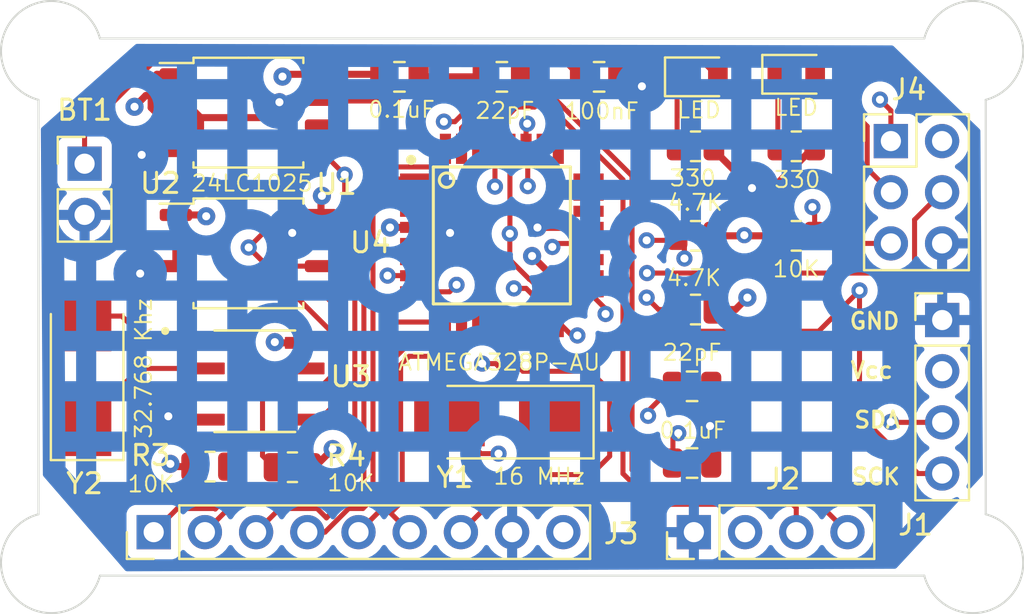
<source format=kicad_pcb>
(kicad_pcb (version 20221018) (generator pcbnew)
  (title_block (title "${project_name}") (date "2023-06-14") (rev "1") (comment 1 "2-Layer PCB version"))
  (layers (0 "F.Cu" mixed) (1 "In1.Cu" mixed) (2 "In2.Cu" mixed) (31 "B.Cu" mixed) (34 "B.Paste" user) (35 "F.Paste" user) (36 "B.SilkS" user "B.Silkscreen") (37 "F.SilkS" user "F.Silkscreen") (38 "B.Mask" user) (39 "F.Mask" user) (44 "Edge.Cuts" user))
  (property "project_name" "MCU Datalogger with memory and clock")
  (net 0 "")
  (net 1 "Net-(BT1-+)")
  (net 2 "GND")
  (net 3 "Net-(U4-AREF)")
  (net 4 "Net-(U4-PB6)")
  (net 5 "Net-(U4-PB7)")
  (net 6 "/Vcc")
  (net 7 "Net-(D1-K)")
  (net 8 "Net-(D2-K)")
  (net 9 "/SCK")
  (net 10 "/SDA")
  (net 11 "/RX")
  (net 12 "/TX")
  (net 13 "/D2")
  (net 14 "/D3")
  (net 15 "/D4")
  (net 16 "/D5")
  (net 17 "/D6")
  (net 18 "/D7")
  (net 19 "/D8")
  (net 20 "/MISO")
  (net 21 "/MOSI")
  (net 22 "/RESET")
  (net 23 "Net-(U3-~{INTA})")
  (net 24 "Net-(U3-SQW{slash}~INT)")
  (net 25 "Net-(U3-X1)")
  (net 26 "Net-(U3-X2)")
  (footprint "Connector_PinHeader_2.54mm:PinHeader_1x09_P2.54mm_Vertical" (layer "F.Cu") (at 132.21874 114.69274 90)
    (fp_text reference "J3" (at -0.0762 23.1902 180) (layer "F.SilkS"))
    (fp_text value "Conn_01x09_Pin" hide)
    (pad "1" thru_hole rect (at 0 0 90) (size 1.7 1.7) (drill 1) (layers "*.Cu" "*.Mask") (net 13 "/D2"))
    (pad "2" thru_hole oval (at 0 2.54 90) (size 1.7 1.7) (drill 1) (layers "*.Cu" "*.Mask") (net 14 "/D3"))
    (pad "3" thru_hole oval (at 0 5.08 90) (size 1.7 1.7) (drill 1) (layers "*.Cu" "*.Mask") (net 15 "/D4"))
    (pad "4" thru_hole oval (at 0 7.62 90) (size 1.7 1.7) (drill 1) (layers "*.Cu" "*.Mask") (net 16 "/D5"))
    (pad "5" thru_hole oval (at 0 10.16 90) (size 1.7 1.7) (drill 1) (layers "*.Cu" "*.Mask") (net 17 "/D6"))
    (pad "6" thru_hole oval (at 0 12.7 90) (size 1.7 1.7) (drill 1) (layers "*.Cu" "*.Mask") (net 18 "/D7"))
    (pad "7" thru_hole oval (at 0 15.24 90) (size 1.7 1.7) (drill 1) (layers "*.Cu" "*.Mask") (net 19 "/D8"))
    (pad "8" thru_hole oval (at 0 17.78 90) (size 1.7 1.7) (drill 1) (layers "*.Cu" "*.Mask") (net 2 "GND"))
    (pad "9" thru_hole oval (at 0 20.32 90) (size 1.7 1.7) (drill 1) (layers "*.Cu" "*.Mask") (net 6 "/Vcc"))
  )
  (footprint "Crystal:Crystal_SMD_5032-2Pin_5.0x3.2mm_HandSoldering" (layer "F.Cu") (at 149.49074 109.23174 180)
    (fp_text reference "Y1" (at 2.3368 -2.7432) (layer "F.SilkS"))
    (fp_text value "16 MHz" (at -1.8542 -2.6924) (layer "F.SilkS") (effects (font (size 0.8 0.8) (thickness 0.1))))
    (pad "1" smd rect (at -2.6 0 180) (size 3.5 2.4) (layers "F.Cu" "F.Paste" "F.Mask") (net 5 "Net-(U4-PB7)"))
    (pad "2" smd rect (at 2.6 0 180) (size 3.5 2.4) (layers "F.Cu" "F.Paste" "F.Mask") (net 4 "Net-(U4-PB6)"))
  )
  (footprint "Connector_PinHeader_2.54mm:PinHeader_1x04_P2.54mm_Vertical" (layer "F.Cu") (at 171.33474 104.16174)
    (fp_text reference "J1" (at -1.3208 10.1754) (layer "F.SilkS"))
    (fp_text value "Conn_01x04_Pin" hide)
    (pad "1" thru_hole rect (at 0 0) (size 1.7 1.7) (drill 1) (layers "*.Cu" "*.Mask") (net 2 "GND"))
    (pad "2" thru_hole oval (at 0 2.54) (size 1.7 1.7) (drill 1) (layers "*.Cu" "*.Mask") (net 6 "/Vcc"))
    (pad "3" thru_hole oval (at 0 5.08) (size 1.7 1.7) (drill 1) (layers "*.Cu" "*.Mask") (net 10 "/SDA"))
    (pad "4" thru_hole oval (at 0 7.62) (size 1.7 1.7) (drill 1) (layers "*.Cu" "*.Mask") (net 9 "/SCK"))
  )
  (footprint "MountingHole:MountingHole_2.1mm" (layer "F.Cu") (at 127.15674 116.19074)
    (fp_text reference "H2" hide)
    (fp_text value "MountingHole" hide)
    (pad "" np_thru_hole circle (at 0 0) (size 2.1 2.1) (drill 2.1) (layers "*.Cu" "*.Mask"))
  )
  (footprint "LED_SMD:LED_0805_2012Metric" (layer "F.Cu") (at 164.09574 91.95974)
    (fp_text reference "D2" hide)
    (fp_text value "LED" (at 0 1.65) (layer "F.SilkS") (effects (font (size 0.8 0.8) (thickness 0.1))))
    (pad "1" smd roundrect (at -0.9375 0) (size 0.975 1.4) (layers "F.Cu" "F.Paste" "F.Mask") (net 8 "Net-(D2-K)"))
    (pad "2" smd roundrect (at 0.9375 0) (size 0.975 1.4) (layers "F.Cu" "F.Paste" "F.Mask") (net 9 "/SCK"))
  )
  (footprint "Capacitor_SMD:C_0805_2012Metric" (layer "F.Cu") (at 158.92674 107.45074 180)
    (fp_text reference "C2" hide)
    (fp_text value "22pF" (at 0 1.68) (layer "F.SilkS") (effects (font (size 0.8 0.8) (thickness 0.1))))
    (pad "1" smd roundrect (at -0.95 0 180) (size 1 1.45) (layers "F.Cu" "F.Paste" "F.Mask") (net 2 "GND"))
    (pad "2" smd roundrect (at 0.95 0 180) (size 1 1.45) (layers "F.Cu" "F.Paste" "F.Mask") (net 4 "Net-(U4-PB6)"))
  )
  (footprint "Capacitor_SMD:C_0805_2012Metric" (layer "F.Cu") (at 154.31674 92.08674)
    (fp_text reference "C5" hide)
    (fp_text value "100nF" (at 0.127 1.7018) (layer "F.SilkS") (effects (font (size 0.8 0.8) (thickness 0.1))))
    (pad "1" smd roundrect (at -0.95 0) (size 1 1.45) (layers "F.Cu" "F.Paste" "F.Mask") (net 1 "Net-(BT1-+)"))
    (pad "2" smd roundrect (at 0.95 0) (size 1 1.45) (layers "F.Cu" "F.Paste" "F.Mask") (net 2 "GND"))
  )
  (footprint "Resistor_SMD:R_0805_2012Metric" (layer "F.Cu") (at 164.09574 99.98074)
    (fp_text reference "R7" hide)
    (fp_text value "10K" (at 0 1.65) (layer "F.SilkS") (effects (font (size 0.8 0.8) (thickness 0.1))))
    (pad "1" smd roundrect (at -0.9125 0) (size 1.025 1.4) (layers "F.Cu" "F.Paste" "F.Mask") (roundrect_rratio 0.243902) (net 6 "/Vcc"))
    (pad "2" smd roundrect (at 0.9125 0) (size 1.025 1.4) (layers "F.Cu" "F.Paste" "F.Mask") (roundrect_rratio 0.243902) (net 22 "/RESET"))
  )
  (footprint "MountingHole:MountingHole_2.1mm" (layer "F.Cu") (at 172.87674 116.19074)
    (fp_text reference "H4" hide)
    (fp_text value "MountingHole" hide)
    (pad "" np_thru_hole circle (at 0 0) (size 2.1 2.1) (drill 2.1) (layers "*.Cu" "*.Mask"))
  )
  (footprint "Connector_PinHeader_2.54mm:PinHeader_1x04_P2.54mm_Vertical" (layer "F.Cu") (at 159.01574 114.69274 90)
    (fp_text reference "J2" (at 2.6416 4.4196 180) (layer "F.SilkS"))
    (fp_text value "Conn_01x04_Pin" hide)
    (pad "1" thru_hole rect (at 0 0 90) (size 1.7 1.7) (drill 1) (layers "*.Cu" "*.Mask") (net 2 "GND"))
    (pad "2" thru_hole oval (at 0 2.54 90) (size 1.7 1.7) (drill 1) (layers "*.Cu" "*.Mask") (net 6 "/Vcc"))
    (pad "3" thru_hole oval (at 0 5.08 90) (size 1.7 1.7) (drill 1) (layers "*.Cu" "*.Mask") (net 11 "/RX"))
    (pad "4" thru_hole oval (at 0 7.62 90) (size 1.7 1.7) (drill 1) (layers "*.Cu" "*.Mask") (net 12 "/TX"))
  )
  (footprint "Package_SO:SOIC-8_5.23x5.23mm_P1.27mm" (layer "F.Cu") (at 136.91774 93.86474)
    (fp_text reference "U2" (at -4.3688 3.5052) (layer "F.SilkS"))
    (fp_text value "24LC1025" hide)
    (pad "1" smd roundrect (at -3.6 -1.905) (size 1.6 0.6) (layers "F.Cu" "F.Paste" "F.Mask") (net 6 "/Vcc"))
    (pad "2" smd roundrect (at -3.6 -0.635) (size 1.6 0.6) (layers "F.Cu" "F.Paste" "F.Mask") (net 2 "GND"))
    (pad "3" smd roundrect (at -3.6 0.635) (size 1.6 0.6) (layers "F.Cu" "F.Paste" "F.Mask") (net 6 "/Vcc"))
    (pad "4" smd roundrect (at -3.6 1.905) (size 1.6 0.6) (layers "F.Cu" "F.Paste" "F.Mask") (net 2 "GND"))
    (pad "5" smd roundrect (at 3.6 1.905) (size 1.6 0.6) (layers "F.Cu" "F.Paste" "F.Mask") (net 10 "/SDA"))
    (pad "6" smd roundrect (at 3.6 0.635) (size 1.6 0.6) (layers "F.Cu" "F.Paste" "F.Mask") (net 9 "/SCK"))
    (pad "7" smd roundrect (at 3.6 -0.635) (size 1.6 0.6) (layers "F.Cu" "F.Paste" "F.Mask") (net 2 "GND"))
    (pad "8" smd roundrect (at 3.6 -1.905) (size 1.6 0.6) (layers "F.Cu" "F.Paste" "F.Mask") (net 6 "/Vcc"))
  )
  (footprint "Capacitor_SMD:C_0805_2012Metric" (layer "F.Cu") (at 158.92674 111.26074 180)
    (fp_text reference "C1" hide)
    (fp_text value "0.1uF" (at -0.0382 1.6226) (layer "F.SilkS") (effects (font (size 0.8 0.8) (thickness 0.1))))
    (pad "1" smd roundrect (at -0.95 0 180) (size 1 1.45) (layers "F.Cu" "F.Paste" "F.Mask") (net 2 "GND"))
    (pad "2" smd roundrect (at 0.95 0 180) (size 1 1.45) (layers "F.Cu" "F.Paste" "F.Mask") (net 3 "Net-(U4-AREF)"))
  )
  (footprint "Capacitor_SMD:C_0805_2012Metric" (layer "F.Cu") (at 144.41074 92.08674)
    (fp_text reference "C4" hide)
    (fp_text value "0.1uF" (at 0.1016 1.6256) (layer "F.SilkS") (effects (font (size 0.8 0.8) (thickness 0.1))))
    (pad "1" smd roundrect (at -0.95 0) (size 1 1.45) (layers "F.Cu" "F.Paste" "F.Mask") (net 6 "/Vcc"))
    (pad "2" smd roundrect (at 0.95 0) (size 1 1.45) (layers "F.Cu" "F.Paste" "F.Mask") (net 2 "GND"))
  )
  (footprint "Resistor_SMD:R_0805_2012Metric" (layer "F.Cu") (at 139.10024 111.46924 180)
    (fp_text reference "R4" (at -2.6689 0.5611) (layer "F.SilkS"))
    (fp_text value "10K" (at -2.8975 -0.7851) (layer "F.SilkS") (effects (font (size 0.8 0.8) (thickness 0.1))))
    (pad "1" smd roundrect (at -0.9125 0 180) (size 1.025 1.4) (layers "F.Cu" "F.Paste" "F.Mask") (roundrect_rratio 0.243902) (net 6 "/Vcc"))
    (pad "2" smd roundrect (at 0.9125 0 180) (size 1.025 1.4) (layers "F.Cu" "F.Paste" "F.Mask") (roundrect_rratio 0.243902) (net 24 "Net-(U3-SQW{slash}~INT)"))
  )
  (footprint "Connector_PinHeader_2.54mm:PinHeader_1x02_P2.54mm_Vertical" (layer "F.Cu") (at 128.78974 96.39974)
    (fp_text reference "BT1" (at 0 -2.662) (layer "F.SilkS"))
    (fp_text value "Battery" hide)
    (pad "1" thru_hole rect (at 0 0) (size 1.7 1.7) (drill 1) (layers "*.Cu" "*.Mask") (net 1 "Net-(BT1-+)"))
    (pad "2" thru_hole oval (at 0 2.54) (size 1.7 1.7) (drill 1) (layers "*.Cu" "*.Mask") (net 2 "GND"))
  )
  (footprint "Resistor_SMD:R_0805_2012Metric" (layer "F.Cu") (at 159.09674 99.98074 180)
    (fp_text reference "R6" hide)
    (fp_text value "4.7K" (at 0 1.65) (layer "F.SilkS") (effects (font (size 0.8 0.8) (thickness 0.1))))
    (pad "1" smd roundrect (at -0.9125 0 180) (size 1.025 1.4) (layers "F.Cu" "F.Paste" "F.Mask") (roundrect_rratio 0.243902) (net 6 "/Vcc"))
    (pad "2" smd roundrect (at 0.9125 0 180) (size 1.025 1.4) (layers "F.Cu" "F.Paste" "F.Mask") (roundrect_rratio 0.243902) (net 10 "/SDA"))
  )
  (footprint "MountingHole:MountingHole_2.1mm" (layer "F.Cu") (at 127.15674 90.79074)
    (fp_text reference "H1" hide)
    (fp_text value "MountingHole" hide)
    (pad "" np_thru_hole circle (at 0 0) (size 2.1 2.1) (drill 2.1) (layers "*.Cu" "*.Mask"))
  )
  (footprint "ATMEGA328P-AU:QFP80P900X900X120-32N" (layer "F.Cu") (at 149.49074 99.96074)
    (fp_text reference "U4" (at -6.5278 0.3556) (layer "F.SilkS"))
    (fp_text value "ATMEGA328P-AU" (at -0.127 6.2992) (layer "F.SilkS") (effects (font (size 0.8 0.8) (thickness 0.1))))
    (pad "1" smd rect (at -4.3 -2.8) (size 1.5 0.55) (layers "F.Cu" "F.Paste" "F.Mask") (net 14 "/D3"))
    (pad "2" smd rect (at -4.3 -2) (size 1.5 0.55) (layers "F.Cu" "F.Paste" "F.Mask") (net 15 "/D4"))
    (pad "3" smd rect (at -4.3 -1.2) (size 1.5 0.55) (layers "F.Cu" "F.Paste" "F.Mask") (net 2 "GND"))
    (pad "4" smd rect (at -4.3 -0.4) (size 1.5 0.55) (layers "F.Cu" "F.Paste" "F.Mask") (net 6 "/Vcc"))
    (pad "5" smd rect (at -4.3 0.4) (size 1.5 0.55) (layers "F.Cu" "F.Paste" "F.Mask") (net 2 "GND"))
    (pad "6" smd rect (at -4.3 1.2) (size 1.5 0.55) (layers "F.Cu" "F.Paste" "F.Mask"))
    (pad "7" smd rect (at -4.3 2) (size 1.5 0.55) (layers "F.Cu" "F.Paste" "F.Mask") (net 4 "Net-(U4-PB6)"))
    (pad "8" smd rect (at -4.3 2.8) (size 1.5 0.55) (layers "F.Cu" "F.Paste" "F.Mask") (net 5 "Net-(U4-PB7)"))
    (pad "9" smd rect (at -2.8 4.3) (size 0.55 1.5) (layers "F.Cu" "F.Paste" "F.Mask") (net 16 "/D5"))
    (pad "10" smd rect (at -2 4.3) (size 0.55 1.5) (layers "F.Cu" "F.Paste" "F.Mask") (net 17 "/D6"))
    (pad "11" smd rect (at -1.2 4.3) (size 0.55 1.5) (layers "F.Cu" "F.Paste" "F.Mask") (net 18 "/D7"))
    (pad "12" smd rect (at -0.4 4.3) (size 0.55 1.5) (layers "F.Cu" "F.Paste" "F.Mask") (net 19 "/D8"))
    (pad "13" smd rect (at 0.4 4.3) (size 0.55 1.5) (layers "F.Cu" "F.Paste" "F.Mask"))
    (pad "14" smd rect (at 1.2 4.3) (size 0.55 1.5) (layers "F.Cu" "F.Paste" "F.Mask"))
    (pad "15" smd rect (at 2 4.3) (size 0.55 1.5) (layers "F.Cu" "F.Paste" "F.Mask") (net 21 "/MOSI"))
    (pad "16" smd rect (at 2.8 4.3) (size 0.55 1.5) (layers "F.Cu" "F.Paste" "F.Mask") (net 20 "/MISO"))
    (pad "17" smd rect (at 4.3 2.8) (size 1.5 0.55) (layers "F.Cu" "F.Paste" "F.Mask") (net 9 "/SCK"))
    (pad "18" smd rect (at 4.3 2) (size 1.5 0.55) (layers "F.Cu" "F.Paste" "F.Mask") (net 6 "/Vcc"))
    (pad "19" smd rect (at 4.3 1.2) (size 1.5 0.55) (layers "F.Cu" "F.Paste" "F.Mask"))
    (pad "20" smd rect (at 4.3 0.4) (size 1.5 0.55) (layers "F.Cu" "F.Paste" "F.Mask") (net 3 "Net-(U4-AREF)"))
    (pad "21" smd rect (at 4.3 -0.4) (size 1.5 0.55) (layers "F.Cu" "F.Paste" "F.Mask") (net 2 "GND"))
    (pad "22" smd rect (at 4.3 -1.2) (size 1.5 0.55) (layers "F.Cu" "F.Paste" "F.Mask"))
    (pad "23" smd rect (at 4.3 -2) (size 1.5 0.55) (layers "F.Cu" "F.Paste" "F.Mask"))
    (pad "24" smd rect (at 4.3 -2.8) (size 1.5 0.55) (layers "F.Cu" "F.Paste" "F.Mask"))
    (pad "25" smd rect (at 2.8 -4.3) (size 0.55 1.5) (layers "F.Cu" "F.Paste" "F.Mask"))
    (pad "26" smd rect (at 2 -4.3) (size 0.55 1.5) (layers "F.Cu" "F.Paste" "F.Mask"))
    (pad "27" smd rect (at 1.2 -4.3) (size 0.55 1.5) (layers "F.Cu" "F.Paste" "F.Mask") (net 10 "/SDA"))
    (pad "28" smd rect (at 0.4 -4.3) (size 0.55 1.5) (layers "F.Cu" "F.Paste" "F.Mask") (net 9 "/SCK"))
    (pad "29" smd rect (at -0.4 -4.3) (size 0.55 1.5) (layers "F.Cu" "F.Paste" "F.Mask") (net 22 "/RESET"))
    (pad "30" smd rect (at -1.2 -4.3) (size 0.55 1.5) (layers "F.Cu" "F.Paste" "F.Mask") (net 11 "/RX"))
    (pad "31" smd rect (at -2 -4.3) (size 0.55 1.5) (layers "F.Cu" "F.Paste" "F.Mask") (net 12 "/TX"))
    (pad "32" smd rect (at -2.8 -4.3) (size 0.55 1.5) (layers "F.Cu" "F.Paste" "F.Mask") (net 13 "/D2"))
  )
  (footprint "Resistor_SMD:R_0805_2012Metric" (layer "F.Cu") (at 164.09574 95.53574 180)
    (fp_text reference "R2" hide)
    (fp_text value "330" (at -0.0508 -1.6564) (layer "F.SilkS") (effects (font (size 0.8 0.8) (thickness 0.1))))
    (pad "1" smd roundrect (at -0.9125 0 180) (size 1.025 1.4) (layers "F.Cu" "F.Paste" "F.Mask") (roundrect_rratio 0.243902) (net 2 "GND"))
    (pad "2" smd roundrect (at 0.9125 0 180) (size 1.025 1.4) (layers "F.Cu" "F.Paste" "F.Mask") (roundrect_rratio 0.243902) (net 8 "Net-(D2-K)"))
  )
  (footprint "DS1337S_:SOIC127P600X175-8N" (layer "F.Cu") (at 137.23374 107.19974)
    (fp_text reference "U3" (at 4.764 -0.2286) (layer "F.SilkS"))
    (fp_text value "DS1337S+" hide)
    (pad "1" smd roundrect (at -2.475 -1.905) (size 1.97 0.59) (layers "F.Cu" "F.Paste" "F.Mask") (roundrect_rratio 0.07) (net 25 "Net-(U3-X1)"))
    (pad "2" smd roundrect (at -2.475 -0.635) (size 1.97 0.59) (layers "F.Cu" "F.Paste" "F.Mask") (roundrect_rratio 0.07) (net 26 "Net-(U3-X2)"))
    (pad "3" smd roundrect (at -2.475 0.635) (size 1.97 0.59) (layers "F.Cu" "F.Paste" "F.Mask") (roundrect_rratio 0.07) (net 23 "Net-(U3-~{INTA})"))
    (pad "4" smd roundrect (at -2.475 1.905) (size 1.97 0.59) (layers "F.Cu" "F.Paste" "F.Mask") (roundrect_rratio 0.07) (net 2 "GND"))
    (pad "5" smd roundrect (at 2.475 1.905) (size 1.97 0.59) (layers "F.Cu" "F.Paste" "F.Mask") (roundrect_rratio 0.07) (net 10 "/SDA"))
    (pad "6" smd roundrect (at 2.475 0.635) (size 1.97 0.59) (layers "F.Cu" "F.Paste" "F.Mask") (roundrect_rratio 0.07) (net 9 "/SCK"))
    (pad "7" smd roundrect (at 2.475 -0.635) (size 1.97 0.59) (layers "F.Cu" "F.Paste" "F.Mask") (roundrect_rratio 0.07) (net 24 "Net-(U3-SQW{slash}~INT)"))
    (pad "8" smd roundrect (at 2.475 -1.905) (size 1.97 0.59) (layers "F.Cu" "F.Paste" "F.Mask") (roundrect_rratio 0.07) (net 6 "/Vcc"))
  )
  (footprint "LED_SMD:LED_0805_2012Metric" (layer "F.Cu") (at 159.26974 92.08674)
    (fp_text reference "D1" hide)
    (fp_text value "LED" (at 0 1.65) (layer "F.SilkS") (effects (font (size 0.8 0.8) (thickness 0.1))))
    (pad "1" smd roundrect (at -0.9375 0) (size 0.975 1.4) (layers "F.Cu" "F.Paste" "F.Mask") (net 7 "Net-(D1-K)"))
    (pad "2" smd roundrect (at 0.9375 0) (size 0.975 1.4) (layers "F.Cu" "F.Paste" "F.Mask") (net 1 "Net-(BT1-+)"))
  )
  (footprint "Package_SO:SOIC-8_5.23x5.23mm_P1.27mm" (layer "F.Cu") (at 136.91774 100.84974)
    (fp_text reference "U1" (at 4.3688 -3.429) (layer "F.SilkS"))
    (fp_text value "24LC1025" (at 0.1778 -3.4798) (layer "F.SilkS") (effects (font (size 0.8 0.8) (thickness 0.1))))
    (pad "1" smd roundrect (at -3.6 -1.905) (size 1.6 0.6) (layers "F.Cu" "F.Paste" "F.Mask") (net 6 "/Vcc"))
    (pad "2" smd roundrect (at -3.6 -0.635) (size 1.6 0.6) (layers "F.Cu" "F.Paste" "F.Mask") (net 6 "/Vcc"))
    (pad "3" smd roundrect (at -3.6 0.635) (size 1.6 0.6) (layers "F.Cu" "F.Paste" "F.Mask") (net 6 "/Vcc"))
    (pad "4" smd roundrect (at -3.6 1.905) (size 1.6 0.6) (layers "F.Cu" "F.Paste" "F.Mask") (net 2 "GND"))
    (pad "5" smd roundrect (at 3.6 1.905) (size 1.6 0.6) (layers "F.Cu" "F.Paste" "F.Mask") (net 10 "/SDA"))
    (pad "6" smd roundrect (at 3.6 0.635) (size 1.6 0.6) (layers "F.Cu" "F.Paste" "F.Mask") (net 9 "/SCK"))
    (pad "7" smd roundrect (at 3.6 -0.635) (size 1.6 0.6) (layers "F.Cu" "F.Paste" "F.Mask") (net 2 "GND"))
    (pad "8" smd roundrect (at 3.6 -1.905) (size 1.6 0.6) (layers "F.Cu" "F.Paste" "F.Mask") (net 6 "/Vcc"))
  )
  (footprint "Connector_PinHeader_2.54mm:PinHeader_2x03_P2.54mm_Vertical" (layer "F.Cu") (at 168.78974 95.27674)
    (fp_text reference "J4" (at 0.894 -2.555) (layer "F.SilkS"))
    (fp_text value "Conn_02x03_Odd_Even" hide)
    (pad "1" thru_hole rect (at 0 0) (size 1.7 1.7) (drill 1) (layers "*.Cu" "*.Mask") (net 20 "/MISO"))
    (pad "2" thru_hole oval (at 2.54 0) (size 1.7 1.7) (drill 1) (layers "*.Cu" "*.Mask") (net 6 "/Vcc"))
    (pad "3" thru_hole oval (at 0 2.54) (size 1.7 1.7) (drill 1) (layers "*.Cu" "*.Mask") (net 9 "/SCK"))
    (pad "4" thru_hole oval (at 2.54 2.54) (size 1.7 1.7) (drill 1) (layers "*.Cu" "*.Mask") (net 21 "/MOSI"))
    (pad "5" thru_hole oval (at 0 5.08) (size 1.7 1.7) (drill 1) (layers "*.Cu" "*.Mask") (net 22 "/RESET"))
    (pad "6" thru_hole oval (at 2.54 5.08) (size 1.7 1.7) (drill 1) (layers "*.Cu" "*.Mask") (net 2 "GND"))
  )
  (footprint "Crystal:Crystal_SMD_5032-2Pin_5.0x3.2mm_HandSoldering" (layer "F.Cu") (at 128.91674 106.56474 90)
    (fp_text reference "Y2" (at -5.715 -0.127 180) (layer "F.SilkS"))
    (fp_text value "32.768 Khz" (at 0 2.8 90) (layer "F.SilkS") (effects (font (size 0.8 0.8) (thickness 0.1))))
    (pad "1" smd rect (at -2.6 0 90) (size 3.5 2.4) (layers "F.Cu" "F.Paste" "F.Mask") (net 26 "Net-(U3-X2)"))
    (pad "2" smd rect (at 2.6 0 90) (size 3.5 2.4) (layers "F.Cu" "F.Paste" "F.Mask") (net 25 "Net-(U3-X1)"))
  )
  (footprint "Resistor_SMD:R_0805_2012Metric" (layer "F.Cu") (at 159.09674 95.53574)
    (fp_text reference "R1" hide)
    (fp_text value "330" (at -0.1318 1.5802) (layer "F.SilkS") (effects (font (size 0.8 0.8) (thickness 0.1))))
    (pad "1" smd roundrect (at -0.9125 0) (size 1.025 1.4) (layers "F.Cu" "F.Paste" "F.Mask") (roundrect_rratio 0.243902) (net 7 "Net-(D1-K)"))
    (pad "2" smd roundrect (at 0.9125 0) (size 1.025 1.4) (layers "F.Cu" "F.Paste" "F.Mask") (roundrect_rratio 0.243902) (net 2 "GND"))
  )
  (footprint "MountingHole:MountingHole_2.1mm" (layer "F.Cu") (at 172.87674 90.79074)
    (fp_text reference "H3" hide)
    (fp_text value "MountingHole" hide)
    (pad "" np_thru_hole circle (at 0 0) (size 2.1 2.1) (drill 2.1) (layers "*.Cu" "*.Mask"))
  )
  (footprint "Capacitor_SMD:C_0805_2012Metric" (layer "F.Cu") (at 149.49074 92.08674)
    (fp_text reference "C3" hide)
    (fp_text value "22pF" (at 0.1524 1.6764) (layer "F.SilkS") (effects (font (size 0.8 0.8) (thickness 0.1))))
    (pad "1" smd roundrect (at -0.95 0) (size 1 1.45) (layers "F.Cu" "F.Paste" "F.Mask") (net 2 "GND"))
    (pad "2" smd roundrect (at 0.95 0) (size 1 1.45) (layers "F.Cu" "F.Paste" "F.Mask") (net 5 "Net-(U4-PB7)"))
  )
  (footprint "Resistor_SMD:R_0805_2012Metric" (layer "F.Cu") (at 159.09674 103.64074 180)
    (fp_text reference "R5" hide)
    (fp_text value "4.7K" (at 0.081 1.5718) (layer "F.SilkS") (effects (font (size 0.8 0.8) (thickness 0.1))))
    (pad "1" smd roundrect (at -0.9125 0 180) (size 1.025 1.4) (layers "F.Cu" "F.Paste" "F.Mask") (roundrect_rratio 0.243902) (net 6 "/Vcc"))
    (pad "2" smd roundrect (at 0.9125 0 180) (size 1.025 1.4) (layers "F.Cu" "F.Paste" "F.Mask") (roundrect_rratio 0.243902) (net 9 "/SCK"))
  )
  (footprint "Resistor_SMD:R_0805_2012Metric" (layer "F.Cu") (at 135.01274 111.43924)
    (fp_text reference "R3" (at -2.9464 -0.5565) (layer "F.SilkS"))
    (fp_text value "10K" (at -2.921 0.8659) (layer "F.SilkS") (effects (font (size 0.8 0.8) (thickness 0.1))))
    (pad "1" smd roundrect (at -0.9125 0) (size 1.025 1.4) (layers "F.Cu" "F.Paste" "F.Mask") (roundrect_rratio 0.243902) (net 6 "/Vcc"))
    (pad "2" smd roundrect (at 0.9125 0) (size 1.025 1.4) (layers "F.Cu" "F.Paste" "F.Mask") (roundrect_rratio 0.243902) (net 23 "Net-(U3-~{INTA})"))
  )
  (gr_arc (start 170.44574 90.18174) (mid 174.62308 89.0524) (end 173.49374 93.22974) (stroke (width 0.1)) (layer "Edge.Cuts"))
  (gr_line (start 126.50374 113.80374) (end 126.50374 93.22974) (stroke (width 0.1)) (layer "Edge.Cuts"))
  (gr_line (start 170.44574 116.85174) (end 129.55174 116.85174) (stroke (width 0.1)) (layer "Edge.Cuts"))
  (gr_line (start 173.49374 93.22974) (end 173.49374 113.80374) (stroke (width 0.1)) (layer "Edge.Cuts"))
  (gr_arc (start 173.49374 113.80374) (mid 174.62308 117.98108) (end 170.44574 116.85174) (stroke (width 0.1)) (layer "Edge.Cuts"))
  (gr_arc (start 129.55174 116.85174) (mid 125.3744 117.98108) (end 126.50374 113.80374) (stroke (width 0.1)) (layer "Edge.Cuts"))
  (gr_arc (start 126.50374 93.22974) (mid 125.3744 89.0524) (end 129.55174 90.18174) (stroke (width 0.1)) (layer "Edge.Cuts"))
  (gr_line (start 129.55174 90.18174) (end 170.44574 90.18174) (stroke (width 0.1)) (layer "Edge.Cuts"))
  (gr_text "SDA" (at 166.88974 109.58734) (layer "F.SilkS") (effects (font (size 0.8 0.8) (thickness 0.15) bold) (justify left bottom)))
  (gr_text "GND" (at 166.66114 104.68514) (layer "F.SilkS") (effects (font (size 0.8 0.8) (thickness 0.15) bold) (justify left bottom)))
  (gr_text "Vcc" (at 166.71194 107.12354) (layer "F.SilkS") (effects (font (size 0.8 0.8) (thickness 0.15) bold) (justify left bottom)))
  (gr_text "SCK" (at 166.76274 112.40674) (layer "F.SilkS") (effects (font (size 0.8 0.8) (thickness 0.15) bold) (justify left bottom)))
  (segment (start 159.10724 90.98674) (end 160.20724 92.08674) (width 0.25) (layer "F.Cu") (net 1))
  (segment (start 154.46674 90.98674) (end 159.10724 90.98674) (width 0.25) (layer "F.Cu") (net 1))
  (segment (start 153.36674 92.08674) (end 152.26674 90.98674) (width 0.25) (layer "F.Cu") (net 1))
  (segment (start 153.36674 92.08674) (end 154.46674 90.98674) (width 0.25) (layer "F.Cu") (net 1))
  (segment (start 128.78974 94.765242) (end 128.78974 96.39974) (width 0.25) (layer "F.Cu") (net 1))
  (segment (start 132.568242 90.98674) (end 128.78974 94.765242) (width 0.25) (layer "F.Cu") (net 1))
  (segment (start 152.26674 90.98674) (end 132.568242 90.98674) (width 0.25) (layer "F.Cu") (net 1))
  (segment (start 161.8996 97.6101) (end 162.93388 97.6101) (width 0.35) (layer "F.Cu") (net 2))
  (segment (start 134.75874 109.10474) (end 133.10774 109.10474) (width 0.35) (layer "F.Cu") (net 2))
  (segment (start 146.919879 99.8357) (end 146.394839 100.36074) (width 0.35) (layer "F.Cu") (net 2))
  (segment (start 131.81426 95.76974) (end 131.6228 95.9612) (width 0.35) (layer "F.Cu") (net 2))
  (segment (start 134.54274 95.20026) (end 133.97326 95.76974) (width 0.35) (layer "F.Cu") (net 2))
  (segment (start 133.31774 102.75474) (end 132.44734 102.75474) (width 0.35) (layer "F.Cu") (net 2))
  (segment (start 133.97326 95.76974) (end 133.31774 95.76974) (width 0.35) (layer "F.Cu") (net 2))
  (segment (start 138.57066 93.22974) (end 138.4554 93.345) (width 0.35) (layer "F.Cu") (net 2))
  (segment (start 160.00924 95.53574) (end 160.00924 95.71974) (width 0.35) (layer "F.Cu") (net 2))
  (segment (start 132.44734 102.75474) (end 131.5466 101.854) (width 0.35) (layer "F.Cu") (net 2))
  (segment (start 133.31774 95.76974) (end 131.81426 95.76974) (width 0.35) (layer "F.Cu") (net 2))
  (segment (start 140.51774 100.21474) (end 139.46944 100.21474) (width 0.35) (layer "F.Cu") (net 2))
  (segment (start 153.79074 99.56074) (end 151.26426 99.56074) (width 0.35) (layer "F.Cu") (net 2))
  (segment (start 133.660913 93.22974) (end 134.54274 94.111567) (width 0.35) (layer "F.Cu") (net 2))
  (segment (start 162.93388 97.6101) (end 165.00824 95.53574) (width 0.35) (layer "F.Cu") (net 2))
  (segment (start 134.54274 94.111567) (end 137.688833 94.111567) (width 0.35) (layer "F.Cu") (net 2))
  (segment (start 144.21074 93.23674) (end 145.36074 92.08674) (width 0.35) (layer "F.Cu") (net 2))
  (segment (start 133.31774 93.22974) (end 133.660913 93.22974) (width 0.35) (layer "F.Cu") (net 2))
  (segment (start 145.36074 92.08674) (end 148.54074 92.08674) (width 0.35) (layer "F.Cu") (net 2))
  (segment (start 159.8168 109.4232) (end 159.87674 109.48314) (width 0.35) (layer "F.Cu") (net 2))
  (segment (start 139.46944 100.21474) (end 139.0904 99.8357) (width 0.35) (layer "F.Cu") (net 2))
  (segment (start 159.87674 109.48314) (end 159.87674 111.26074) (width 0.35) (layer "F.Cu") (net 2))
  (segment (start 140.52474 93.23674) (end 144.21074 93.23674) (width 0.35) (layer "F.Cu") (net 2))
  (segment (start 140.51774 93.22974) (end 140.52474 93.23674) (width 0.35) (layer "F.Cu") (net 2))
  (segment (start 146.919879 99.389879) (end 146.919879 99.8357) (width 0.35) (layer "F.Cu") (net 2))
  (segment (start 155.26674 92.08674) (end 155.96774 92.08674) (width 0.35) (layer "F.Cu") (net 2))
  (segment (start 151.26426 99.56074) (end 151.257 99.568) (width 0.35) (layer "F.Cu") (net 2))
  (segment (start 134.54274 94.111567) (end 134.54274 95.20026) (width 0.35) (layer "F.Cu") (net 2))
  (segment (start 159.87674 109.36326) (end 159.8168 109.4232) (width 0.35) (layer "F.Cu") (net 2))
  (segment (start 145.19074 98.76074) (end 146.29074 98.76074) (width 0.35) (layer "F.Cu") (net 2))
  (segment (start 140.51774 93.22974) (end 138.57066 93.22974) (width 0.35) (layer "F.Cu") (net 2))
  (segment (start 146.29074 98.76074) (end 146.919879 99.389879) (width 0.35) (layer "F.Cu") (net 2))
  (segment (start 155.96774 92.08674) (end 156.4386 92.5576) (width 0.35) (layer "F.Cu") (net 2))
  (segment (start 160.00924 95.71974) (end 161.8996 97.6101) (width 0.35) (layer "F.Cu") (net 2))
  (segment (start 133.10774 109.10474) (end 132.9436 108.9406) (width 0.35) (layer "F.Cu") (net 2))
  (segment (start 137.688833 94.111567) (end 138.4554 93.345) (width 0.35) (layer "F.Cu") (net 2))
  (segment (start 159.87674 107.45074) (end 159.87674 109.36326) (width 0.35) (layer "F.Cu") (net 2))
  (segment (start 146.394839 100.36074) (end 145.19074 100.36074) (width 0.35) (layer "F.Cu") (net 2))
  (via (at 156.4386 92.5576) (size 0.9) (drill 0.4) (layers "F.Cu" "B.Cu") (net 2))
  (via (at 151.257 99.568) (size 0.9) (drill 0.4) (layers "F.Cu" "B.Cu") (net 2))
  (via (at 161.8996 97.6101) (size 0.9) (drill 0.4) (layers "F.Cu" "B.Cu") (net 2))
  (via (at 131.5466 101.854) (size 0.9) (drill 0.4) (layers "F.Cu" "B.Cu") (net 2))
  (via (at 146.919879 99.8357) (size 0.9) (drill 0.4) (layers "F.Cu" "B.Cu") (net 2))
  (via (at 139.0904 99.8357) (size 0.9) (drill 0.4) (layers "F.Cu" "B.Cu") (net 2))
  (via (at 132.9436 108.9406) (size 0.9) (drill 0.4) (layers "F.Cu" "B.Cu") (net 2))
  (via (at 131.6228 95.9612) (size 0.9) (drill 0.4) (layers "F.Cu" "B.Cu") (net 2))
  (via (at 138.4554 93.345) (size 0.9) (drill 0.4) (layers "F.Cu" "B.Cu") (net 2))
  (via (at 159.8168 109.4232) (size 0.8) (drill 0.4) (layers "F.Cu" "B.Cu") (net 2))
  (segment (start 152.16606 100.36074) (end 153.79074 100.36074) (width 0.25) (layer "F.Cu") (net 3))
  (segment (start 157.97674 110.04406) (end 158.242 109.7788) (width 0.25) (layer "F.Cu") (net 3))
  (segment (start 157.97674 111.26074) (end 157.97674 110.04406) (width 0.25) (layer "F.Cu") (net 3))
  (segment (start 151.9936 100.5332) (end 152.16606 100.36074) (width 0.25) (layer "F.Cu") (net 3))
  (via (at 151.9936 100.5332) (size 0.8) (drill 0.4) (layers "F.Cu" "B.Cu") (net 3))
  (via (at 158.242 109.7788) (size 0.8) (drill 0.4) (layers "F.Cu" "B.Cu") (net 3))
  (segment (start 148.4538 110.7948) (end 149.3266 110.7948) (width 0.25) (layer "F.Cu") (net 4))
  (segment (start 156.7434 108.9152) (end 156.7434 108.68408) (width 0.25) (layer "F.Cu") (net 4))
  (segment (start 146.89074 109.23174) (end 148.4538 110.7948) (width 0.25) (layer "F.Cu") (net 4))
  (segment (start 156.7434 108.68408) (end 157.97674 107.45074) (width 0.25) (layer "F.Cu") (net 4))
  (segment (start 143.8209 101.9556) (end 145.1856 101.9556) (width 0.25) (layer "F.Cu") (net 4))
  (segment (start 145.1856 101.9556) (end 145.19074 101.96074) (width 0.25) (layer "F.Cu") (net 4))
  (via (at 143.8209 101.9556) (size 0.8) (drill 0.4) (layers "F.Cu" "B.Cu") (net 4))
  (via (at 156.7434 108.9152) (size 0.8) (drill 0.4) (layers "F.Cu" "B.Cu") (net 4))
  (via (at 149.3266 110.7948) (size 0.8) (drill 0.4) (layers "F.Cu" "B.Cu") (net 4))
  (segment (start 146.616238 94.311238) (end 147.16377 94.311238) (width 0.25) (layer "F.Cu") (net 5))
  (segment (start 152.09074 109.23174) (end 149.1834 106.3244) (width 0.25) (layer "F.Cu") (net 5))
  (segment (start 147.963208 93.5118) (end 149.01568 93.5118) (width 0.25) (layer "F.Cu") (net 5))
  (segment (start 147.16377 94.311238) (end 147.963208 93.5118) (width 0.25) (layer "F.Cu") (net 5))
  (segment (start 147.2438 102.4128) (end 146.89586 102.76074) (width 0.25) (layer "F.Cu") (net 5))
  (segment (start 146.89586 102.76074) (end 145.19074 102.76074) (width 0.25) (layer "F.Cu") (net 5))
  (segment (start 149.1834 106.3244) (end 148.5138 106.3244) (width 0.25) (layer "F.Cu") (net 5))
  (segment (start 149.01568 93.5118) (end 150.44074 92.08674) (width 0.25) (layer "F.Cu") (net 5))
  (via (at 148.5138 106.3244) (size 0.8) (drill 0.4) (layers "F.Cu" "B.Cu") (net 5))
  (via (at 147.2438 102.4128) (size 0.8) (drill 0.4) (layers "F.Cu" "B.Cu") (net 5))
  (via (at 146.616238 94.311238) (size 0.8) (drill 0.4) (layers "F.Cu" "B.Cu") (net 5))
  (segment (start 132.09274 93.0148) (end 132.09274 92.24006) (width 0.35) (layer "F.Cu") (net 6))
  (segment (start 161.5186 99.949) (end 161.55034 99.98074) (width 0.35) (layer "F.Cu") (net 6))
  (segment (start 138.26394 105.29474) (end 138.2268 105.2576) (width 0.35) (layer "F.Cu") (net 6))
  (segment (start 161.07806 103.64074) (end 161.671 103.0478) (width 0.35) (layer "F.Cu") (net 6))
  (segment (start 145.19074 99.56074) (end 143.94906 99.56074) (width 0.35) (layer "F.Cu") (net 6))
  (segment (start 140.51774 91.95974) (end 143.33374 91.95974) (width 0.35) (layer "F.Cu") (net 6))
  (segment (start 138.72306 91.95974) (end 138.6078 92.075) (width 0.35) (layer "F.Cu") (net 6))
  (segment (start 133.18164 111.43924) (end 133.0452 111.3028) (width 0.35) (layer "F.Cu") (net 6))
  (segment (start 161.55034 99.98074) (end 163.18324 99.98074) (width 0.35) (layer "F.Cu") (net 6))
  (segment (start 132.09274 93.0148) (end 131.826 93.0148) (width 0.35) (layer "F.Cu") (net 6))
  (segment (start 132.09274 92.24006) (end 132.37306 91.95974) (width 0.35) (layer "F.Cu") (net 6))
  (segment (start 160.00924 99.98074) (end 161.48686 99.98074) (width 0.35) (layer "F.Cu") (net 6))
  (segment (start 161.48686 99.98074) (end 161.5186 99.949) (width 0.35) (layer "F.Cu") (net 6))
  (segment (start 143.33374 91.95974) (end 143.46074 92.08674) (width 0.35) (layer "F.Cu") (net 6))
  (segment (start 140.01274 111.46924) (end 140.19396 111.46924) (width 0.35) (layer "F.Cu") (net 6))
  (segment (start 153.79074 101.96074) (end 151.968494 101.96074) (width 0.35) (layer "F.Cu") (net 6))
  (segment (start 160.00924 103.64074) (end 161.07806 103.64074) (width 0.35) (layer "F.Cu") (net 6))
  (segment (start 140.51774 98.94474) (end 140.51774 98.03906) (width 0.35) (layer "F.Cu") (net 6))
  (segment (start 132.37306 91.95974) (end 133.31774 91.95974) (width 0.35) (layer "F.Cu") (net 6))
  (segment (start 133.31774 98.94474) (end 133.31774 101.48474) (width 0.35) (layer "F.Cu") (net 6))
  (segment (start 134.75874 98.94474) (end 134.8232 99.0092) (width 0.35) (layer "F.Cu") (net 6))
  (segment (start 140.51774 91.95974) (end 138.72306 91.95974) (width 0.35) (layer "F.Cu") (net 6))
  (segment (start 132.09274 93.617913) (end 132.09274 93.0148) (width 0.35) (layer "F.Cu") (net 6))
  (segment (start 134.10024 111.43924) (end 133.18164 111.43924) (width 0.35) (layer "F.Cu") (net 6))
  (segment (start 143.94906 99.56074) (end 143.9418 99.568) (width 0.35) (layer "F.Cu") (net 6))
  (segment (start 151.968494 101.96074) (end 150.989954 100.9822) (width 0.35) (layer "F.Cu") (net 6))
  (segment (start 131.826 93.0148) (end 131.2672 93.5736) (width 0.35) (layer "F.Cu") (net 6))
  (segment (start 132.974567 94.49974) (end 132.09274 93.617913) (width 0.35) (layer "F.Cu") (net 6))
  (segment (start 133.31774 98.94474) (end 134.75874 98.94474) (width 0.35) (layer "F.Cu") (net 6))
  (segment (start 140.19396 111.46924) (end 141.097 110.5662) (width 0.35) (layer "F.Cu") (net 6))
  (segment (start 140.51774 98.03906) (end 140.5636 97.9932) (width 0.35) (layer "F.Cu") (net 6))
  (segment (start 133.31774 94.49974) (end 132.974567 94.49974) (width 0.35) (layer "F.Cu") (net 6))
  (segment (start 139.70874 105.29474) (end 138.26394 105.29474) (width 0.35) (layer "F.Cu") (net 6))
  (via (at 161.5186 99.949) (size 0.8) (drill 0.4) (layers "F.Cu" "B.Cu") (net 6))
  (via (at 161.671 103.0478) (size 0.9) (drill 0.4) (layers "F.Cu" "B.Cu") (net 6))
  (via (at 140.5636 97.9932) (size 0.9) (drill 0.4) (layers "F.Cu" "B.Cu") (net 6))
  (via (at 141.097 110.5662) (size 0.9) (drill 0.4) (layers "F.Cu" "B.Cu") (net 6))
  (via (at 133.0452 111.3028) (size 0.9) (drill 0.4) (layers "F.Cu" "B.Cu") (net 6))
  (via (at 143.9418 99.568) (size 0.9) (drill 0.4) (layers "F.Cu" "B.Cu") (net 6))
  (via (at 131.2672 93.5736) (size 0.9) (drill 0.4) (layers "F.Cu" "B.Cu") (net 6))
  (via (at 134.8232 99.0092) (size 0.9) (drill 0.4) (layers "F.Cu" "B.Cu") (net 6))
  (via (at 150.989954 100.9822) (size 0.9) (drill 0.4) (layers "F.Cu" "B.Cu") (net 6))
  (via (at 138.6078 92.075) (size 0.9) (drill 0.4) (layers "F.Cu" "B.Cu") (net 6))
  (via (at 138.2268 105.2576) (size 0.9) (drill 0.4) (layers "F.Cu" "B.Cu") (net 6))
  (segment (start 158.18424 92.23474) (end 158.33224 92.08674) (width 0.25) (layer "F.Cu") (net 7))
  (segment (start 158.18424 95.53574) (end 158.18424 92.23474) (width 0.25) (layer "F.Cu") (net 7))
  (segment (start 163.18324 91.98474) (end 163.15824 91.95974) (width 0.25) (layer "F.Cu") (net 8))
  (segment (start 163.18324 95.53574) (end 163.18324 91.98474) (width 0.25) (layer "F.Cu") (net 8))
  (segment (start 151.502136 102.76074) (end 153.79074 102.76074) (width 0.25) (layer "F.Cu") (net 9))
  (segment (start 138.43 102.138751) (end 141.06874 104.777491) (width 0.25) (layer "F.Cu") (net 9))
  (segment (start 171.33474 111.78174) (end 170.132659 111.78174) (width 0.25) (layer "F.Cu") (net 9))
  (segment (start 137.85754 101.48474) (end 140.51774 101.48474) (width 0.25) (layer "F.Cu") (net 9))
  (segment (start 165.21006 104.71574) (end 167.2336 102.6922) (width 0.25) (layer "F.Cu") (net 9))
  (segment (start 170.132659 111.78174) (end 167.2336 108.882681) (width 0.25) (layer "F.Cu") (net 9))
  (segment (start 136.9314 100.5586) (end 139.34274 98.14726) (width 0.25) (layer "F.Cu") (net 9))
  (segment (start 158.18424 103.64074) (end 159.25924 104.71574) (width 0.25) (layer "F.Cu") (net 9))
  (segment (start 140.154166 107.83474) (end 139.70874 107.83474) (width 0.25) (layer "F.Cu") (net 9))
  (segment (start 138.43 102.0572) (end 138.43 102.138751) (width 0.25) (layer "F.Cu") (net 9))
  (segment (start 159.25924 104.71574) (end 165.21006 104.71574) (width 0.25) (layer "F.Cu") (net 9))
  (segment (start 150.8578 102.1406) (end 150.881996 102.1406) (width 0.25) (layer "F.Cu") (net 9))
  (segment (start 141.06874 104.777491) (end 141.06874 106.920166) (width 0.25) (layer "F.Cu") (net 9))
  (segment (start 149.8854 99.8728) (end 149.8854 101.1682) (width 0.25) (layer "F.Cu") (net 9))
  (segment (start 149.8854 101.1682) (end 150.8578 102.1406) (width 0.25) (layer "F.Cu") (net 9))
  (segment (start 154.6352 103.6052) (end 153.79074 102.76074) (width 0.25) (layer "F.Cu") (net 9))
  (segment (start 154.6352 103.8606) (end 154.6352 103.6052) (width 0.25) (layer "F.Cu") (net 9))
  (segment (start 149.89074 95.66074) (end 149.89074 99.86746) (width 0.25) (layer "F.Cu") (net 9))
  (segment (start 136.9314 100.5586) (end 137.85754 101.48474) (width 0.25) (layer "F.Cu") (net 9))
  (segment (start 139.34274 98.14726) (end 139.34274 95.472989) (width 0.25) (layer "F.Cu") (net 9))
  (segment (start 139.34274 95.472989) (end 140.315989 94.49974) (width 0.25) (layer "F.Cu") (net 9))
  (segment (start 165.03324 91.95974) (end 167.61474 94.54124) (width 0.25) (layer "F.Cu") (net 9))
  (segment (start 167.61474 94.54124) (end 167.61474 96.64174) (width 0.25) (layer "F.Cu") (net 9))
  (segment (start 140.315989 94.49974) (end 140.51774 94.49974) (width 0.25) (layer "F.Cu") (net 9))
  (segment (start 136.9314 100.5586) (end 138.43 102.0572) (width 0.25) (layer "F.Cu") (net 9))
  (segment (start 158.18424 103.64074) (end 157.26624 103.64074) (width 0.25) (layer "F.Cu") (net 9))
  (segment (start 149.89074 99.86746) (end 149.8854 99.8728) (width 0.25) (layer "F.Cu") (net 9))
  (segment (start 157.26624 103.64074) (end 156.6733 103.0478) (width 0.25) (layer "F.Cu") (net 9))
  (segment (start 167.61474 96.64174) (end 168.78974 97.81674) (width 0.25) (layer "F.Cu") (net 9))
  (segment (start 150.881996 102.1406) (end 151.502136 102.76074) (width 0.25) (layer "F.Cu") (net 9))
  (segment (start 167.2336 108.882681) (end 167.2336 102.6922) (width 0.25) (layer "F.Cu") (net 9))
  (segment (start 141.06874 106.920166) (end 140.154166 107.83474) (width 0.25) (layer "F.Cu") (net 9))
  (via (at 167.2336 102.6922) (size 0.8) (drill 0.4) (layers "F.Cu" "B.Cu") (net 9))
  (via (at 136.9314 100.5586) (size 0.8) (drill 0.4) (layers "F.Cu" "B.Cu") (net 9))
  (via (at 156.6733 103.0478) (size 0.8) (drill 0.4) (layers "F.Cu" "B.Cu") (net 9))
  (via (at 149.8854 99.8728) (size 0.8) (drill 0.4) (layers "F.Cu" "B.Cu") (net 9))
  (via (at 154.6352 103.8606) (size 0.8) (drill 0.4) (layers "F.Cu" "B.Cu") (net 9))
  (segment (start 140.51774 102.75474) (end 140.719491 102.75474) (width 0.25) (layer "F.Cu") (net 10))
  (segment (start 141.69274 96.94474) (end 140.51774 95.76974) (width 0.25) (layer "F.Cu") (net 10))
  (segment (start 139.70874 109.10474) (end 140.45026 109.10474) (width 0.25) (layer "F.Cu") (net 10))
  (segment (start 141.51874 103.75574) (end 140.51774 102.75474) (width 0.25) (layer "F.Cu") (net 10))
  (segment (start 140.45026 109.10474) (end 141.51874 108.03626) (width 0.25) (layer "F.Cu") (net 10))
  (segment (start 171.33474 109.24174) (end 168.80474 109.24174) (width 0.25) (layer "F.Cu") (net 10))
  (segment (start 140.719491 102.75474) (end 141.69274 101.781491) (width 0.25) (layer "F.Cu") (net 10))
  (segment (start 141.51874 108.03626) (end 141.51874 103.75574) (width 0.25) (layer "F.Cu") (net 10))
  (segment (start 150.7744 97.5106) (end 150.7744 95.7444) (width 0.25) (layer "F.Cu") (net 10))
  (segment (start 168.80474 109.24174) (end 168.783 109.22) (width 0.25) (layer "F.Cu") (net 10))
  (segment (start 158.5468 101.1041) (end 158.5468 100.3433) (width 0.25) (layer "F.Cu") (net 10))
  (segment (start 158.5468 100.3433) (end 158.18424 99.98074) (width 0.25) (layer "F.Cu") (net 10))
  (segment (start 141.69274 101.781491) (end 141.69274 96.94474) (width 0.25) (layer "F.Cu") (net 10))
  (segment (start 157.96198 100.203) (end 156.6733 100.203) (width 0.25) (layer "F.Cu") (net 10))
  (segment (start 150.69074 95.66074) (end 150.69074 94.47006) (width 0.25) (layer "F.Cu") (net 10))
  (segment (start 150.69074 94.47006) (end 150.749 94.4118) (width 0.25) (layer "F.Cu") (net 10))
  (segment (start 158.18424 99.98074) (end 157.96198 100.203) (width 0.25) (layer "F.Cu") (net 10))
  (via (at 150.7744 97.5106) (size 0.8) (drill 0.4) (layers "F.Cu" "B.Cu") (net 10))
  (via (at 168.783 109.22) (size 0.8) (drill 0.4) (layers "F.Cu" "B.Cu") (net 10))
  (via (at 156.6733 100.203) (size 0.8) (drill 0.4) (layers "F.Cu" "B.Cu") (net 10))
  (via (at 158.5468 101.1041) (size 0.8) (drill 0.4) (layers "F.Cu" "B.Cu") (net 10))
  (via (at 150.749 94.4118) (size 0.8) (drill 0.4) (layers "F.Cu" "B.Cu") (net 10))
  (via (at 141.69274 96.94474) (size 0.8) (drill 0.4) (layers "F.Cu" "B.Cu") (net 10))
  (segment (start 148.29074 94.45706) (end 148.29074 95.66074) (width 0.25) (layer "F.Cu") (net 11))
  (segment (start 163.914481 113.3094) (end 157.0228 113.3094) (width 0.25) (layer "F.Cu") (net 11))
  (segment (start 157.0228 113.3094) (end 155.4988 111.7854) (width 0.25) (layer "F.Cu") (net 11))
  (segment (start 151.186449 93.5156) (end 151.115309 93.58674) (width 0.25) (layer "F.Cu") (net 11))
  (segment (start 155.4988 97.1938) (end 151.8206 93.5156) (width 0.25) (layer "F.Cu") (net 11))
  (segment (start 164.09574 113.490659) (end 163.914481 113.3094) (width 0.25) (layer "F.Cu") (net 11))
  (segment (start 148.336 94.4118) (end 148.29074 94.45706) (width 0.25) (layer "F.Cu") (net 11))
  (segment (start 150.213532 93.58674) (end 149.388472 94.4118) (width 0.25) (layer "F.Cu") (net 11))
  (segment (start 155.4988 111.7854) (end 155.4988 97.1938) (width 0.25) (layer "F.Cu") (net 11))
  (segment (start 149.388472 94.4118) (end 148.336 94.4118) (width 0.25) (layer "F.Cu") (net 11))
  (segment (start 164.09574 114.69274) (end 164.09574 113.490659) (width 0.25) (layer "F.Cu") (net 11))
  (segment (start 151.115309 93.58674) (end 150.213532 93.58674) (width 0.25) (layer "F.Cu") (net 11))
  (segment (start 151.8206 93.5156) (end 151.186449 93.5156) (width 0.25) (layer "F.Cu") (net 11))
  (segment (start 166.63574 114.69274) (end 164.8024 112.8594) (width 0.25) (layer "F.Cu") (net 12))
  (segment (start 150.928913 93.13674) (end 150.027136 93.13674) (width 0.25) (layer "F.Cu") (net 12))
  (segment (start 149.202076 93.9618) (end 148.149604 93.9618) (width 0.25) (layer "F.Cu") (net 12))
  (segment (start 155.9488 111.599004) (end 155.9488 97.007404) (width 0.25) (layer "F.Cu") (net 12))
  (segment (start 152.006996 93.0656) (end 151.000053 93.0656) (width 0.25) (layer "F.Cu") (net 12))
  (segment (start 155.9488 97.007404) (end 152.006996 93.0656) (width 0.25) (layer "F.Cu") (net 12))
  (segment (start 150.027136 93.13674) (end 149.202076 93.9618) (width 0.25) (layer "F.Cu") (net 12))
  (segment (start 148.149604 93.9618) (end 147.49074 94.620664) (width 0.25) (layer "F.Cu") (net 12))
  (segment (start 151.000053 93.0656) (end 150.928913 93.13674) (width 0.25) (layer "F.Cu") (net 12))
  (segment (start 157.209196 112.8594) (end 155.9488 111.599004) (width 0.25) (layer "F.Cu") (net 12))
  (segment (start 164.8024 112.8594) (end 157.209196 112.8594) (width 0.25) (layer "F.Cu") (net 12))
  (segment (start 147.49074 94.620664) (end 147.49074 95.66074) (width 0.25) (layer "F.Cu") (net 12))
  (segment (start 142.1964 98.518684) (end 142.1964 111.957338) (width 0.25) (layer "F.Cu") (net 13))
  (segment (start 141.986 112.167738) (end 141.332853 112.167738) (width 0.25) (layer "F.Cu") (net 13))
  (segment (start 142.1964 111.957338) (end 141.986 112.167738) (width 0.25) (layer "F.Cu") (net 13))
  (segment (start 145.93306 96.56074) (end 144.154344 96.56074) (width 0.25) (layer "F.Cu") (net 13))
  (segment (start 135.245441 113.51774) (end 133.39374 113.51774) (width 0.25) (layer "F.Cu") (net 13))
  (segment (start 133.39374 113.51774) (end 132.21874 114.69274) (width 0.25) (layer "F.Cu") (net 13))
  (segment (start 140.882851 112.61774) (end 136.197344 112.61774) (width 0.25) (layer "F.Cu") (net 13))
  (segment (start 141.332853 112.167738) (end 140.882851 112.61774) (width 0.25) (layer "F.Cu") (net 13))
  (segment (start 135.271393 113.543692) (end 135.245441 113.51774) (width 0.25) (layer "F.Cu") (net 13))
  (segment (start 144.154344 96.56074) (end 142.1964 98.518684) (width 0.25) (layer "F.Cu") (net 13))
  (segment (start 146.69074 95.80306) (end 145.93306 96.56074) (width 0.25) (layer "F.Cu") (net 13))
  (segment (start 146.69074 95.66074) (end 146.69074 95.80306) (width 0.25) (layer "F.Cu") (net 13))
  (segment (start 136.197344 112.61774) (end 135.271393 113.543692) (width 0.25) (layer "F.Cu") (net 13))
  (segment (start 140.511837 113.06774) (end 136.38374 113.06774) (width 0.25) (layer "F.Cu") (net 14))
  (segment (start 142.6464 98.70508) (end 142.6464 112.160538) (width 0.25) (layer "F.Cu") (net 14))
  (segment (start 142.2146 112.617738) (end 141.519249 112.617738) (width 0.25) (layer "F.Cu") (net 14))
  (segment (start 140.790542 113.346445) (end 140.511837 113.06774) (width 0.25) (layer "F.Cu") (net 14))
  (segment (start 142.6464 112.160538) (end 142.2146 112.592338) (width 0.25) (layer "F.Cu") (net 14))
  (segment (start 141.519249 112.617738) (end 140.790542 113.346445) (width 0.25) (layer "F.Cu") (net 14))
  (segment (start 142.2146 112.592338) (end 142.2146 112.617738) (width 0.25) (layer "F.Cu") (net 14))
  (segment (start 144.19074 97.16074) (end 142.6464 98.70508) (width 0.25) (layer "F.Cu") (net 14))
  (segment (start 145.19074 97.16074) (end 144.19074 97.16074) (width 0.25) (layer "F.Cu") (net 14))
  (segment (start 136.38374 113.06774) (end 134.75874 114.69274) (width 0.25) (layer "F.Cu") (net 14))
  (segment (start 143.0964 112.372334) (end 142.400996 113.067738) (width 0.25) (layer "F.Cu") (net 15))
  (segment (start 141.705645 113.067738) (end 140.790542 113.982841) (width 0.25) (layer "F.Cu") (net 15))
  (segment (start 145.19074 97.96074) (end 144.027136 97.96074) (width 0.25) (layer "F.Cu") (net 15))
  (segment (start 140.325441 113.51774) (end 138.47374 113.51774) (width 0.25) (layer "F.Cu") (net 15))
  (segment (start 143.0964 98.891476) (end 143.0964 112.372334) (width 0.25) (layer "F.Cu") (net 15))
  (segment (start 140.790542 113.982841) (end 140.325441 113.51774) (width 0.25) (layer "F.Cu") (net 15))
  (segment (start 138.47374 113.51774) (end 137.29874 114.69274) (width 0.25) (layer "F.Cu") (net 15))
  (segment (start 142.400996 113.067738) (end 141.705645 113.067738) (width 0.25) (layer "F.Cu") (net 15))
  (segment (start 144.027136 97.96074) (end 143.0964 98.891476) (width 0.25) (layer "F.Cu") (net 15))
  (segment (start 141.892039 113.51774) (end 140.717039 114.69274) (width 0.25) (layer "F.Cu") (net 16))
  (segment (start 142.5956 113.51774) (end 141.892039 113.51774) (width 0.25) (layer "F.Cu") (net 16))
  (segment (start 143.89726 104.26074) (end 143.5464 104.6116) (width 0.25) (layer "F.Cu") (net 16))
  (segment (start 143.5464 110.760192) (end 143.647104 110.860896) (width 0.25) (layer "F.Cu") (net 16))
  (segment (start 146.69074 104.26074) (end 143.89726 104.26074) (width 0.25) (layer "F.Cu") (net 16))
  (segment (start 143.647104 112.466236) (end 142.5956 113.51774) (width 0.25) (layer "F.Cu") (net 16))
  (segment (start 143.5464 104.6116) (end 143.5464 110.760192) (width 0.25) (layer "F.Cu") (net 16))
  (segment (start 140.717039 114.69274) (end 139.83874 114.69274) (width 0.25) (layer "F.Cu") (net 16))
  (segment (start 143.647104 110.860896) (end 143.647104 112.466236) (width 0.25) (layer "F.Cu") (net 16))
  (segment (start 147.49074 105.13574) (end 147.11488 105.5116) (width 0.25) (layer "F.Cu") (net 17))
  (segment (start 144.018 110.595396) (end 144.097104 110.6745) (width 0.25) (layer "F.Cu") (net 17))
  (segment (start 144.097104 110.6745) (end 144.097104 112.974376) (width 0.25) (layer "F.Cu") (net 17))
  (segment (start 144.7038 105.5116) (end 144.018 106.1974) (width 0.25) (layer "F.Cu") (net 17))
  (segment (start 144.018 106.1974) (end 144.018 110.595396) (width 0.25) (layer "F.Cu") (net 17))
  (segment (start 147.11488 105.5116) (end 144.7038 105.5116) (width 0.25) (layer "F.Cu") (net 17))
  (segment (start 144.097104 112.974376) (end 142.37874 114.69274) (width 0.25) (layer "F.Cu") (net 17))
  (segment (start 147.49074 104.26074) (end 147.49074 105.13574) (width 0.25) (layer "F.Cu") (net 17))
  (segment (start 144.547104 113.160772) (end 143.966938 113.740938) (width 0.25) (layer "F.Cu") (net 18))
  (segment (start 147.301276 105.9616) (end 144.890196 105.9616) (width 0.25) (layer "F.Cu") (net 18))
  (segment (start 144.468 106.383796) (end 144.468 110.409) (width 0.25) (layer "F.Cu") (net 18))
  (segment (start 143.966938 113.740938) (end 144.91874 114.69274) (width 0.25) (layer "F.Cu") (net 18))
  (segment (start 148.29074 104.972136) (end 147.301276 105.9616) (width 0.25) (layer "F.Cu") (net 18))
  (segment (start 144.890196 105.9616) (end 144.468 106.383796) (width 0.25) (layer "F.Cu") (net 18))
  (segment (start 144.547104 110.488104) (end 144.547104 113.160772) (width 0.25) (layer "F.Cu") (net 18))
  (segment (start 148.29074 104.26074) (end 148.29074 104.972136) (width 0.25) (layer "F.Cu") (net 18))
  (segment (start 144.468 110.409) (end 144.547104 110.488104) (width 0.25) (layer "F.Cu") (net 18))
  (segment (start 153.8732 106.7054) (end 154.8384 107.6706) (width 0.25) (layer "F.Cu") (net 19))
  (segment (start 153.924 111.8362) (end 150.31528 111.8362) (width 0.25) (layer "F.Cu") (net 19))
  (segment (start 149.09074 105.26074) (end 150.5354 106.7054) (width 0.25) (layer "F.Cu") (net 19))
  (segment (start 150.5354 106.7054) (end 153.8732 106.7054) (width 0.25) (layer "F.Cu") (net 19))
  (segment (start 149.09074 104.26074) (end 149.09074 105.26074) (width 0.25) (layer "F.Cu") (net 19))
  (segment (start 154.8384 110.9218) (end 153.924 111.8362) (width 0.25) (layer "F.Cu") (net 19))
  (segment (start 154.8384 107.6706) (end 154.8384 110.9218) (width 0.25) (layer "F.Cu") (net 19))
  (segment (start 150.31528 111.8362) (end 147.45874 114.69274) (width 0.25) (layer "F.Cu") (net 19))
  (segment (start 168.78974 95.27674) (end 168.78974 93.75814) (width 0.25) (layer "F.Cu") (net 20))
  (segment (start 152.9574 104.9274) (end 152.29074 104.26074) (width 0.25) (layer "F.Cu") (net 20))
  (segment (start 168.78974 93.75814) (end 168.2496 93.218) (width 0.25) (layer "F.Cu") (net 20))
  (segment (start 153.2382 104.9274) (end 152.9574 104.9274) (width 0.25) (layer "F.Cu") (net 20))
  (via (at 153.2382 104.9274) (size 0.8) (drill 0.4) (layers "F.Cu" "B.Cu") (net 20))
  (via (at 168.2496 93.218) (size 0.8) (drill 0.4) (layers "F.Cu" "B.Cu") (net 20))
  (segment (start 151.49074 103.38574) (end 151.49074 104.26074) (width 0.25) (layer "F.Cu") (net 21))
  (segment (start 150.0886 102.5906) (end 150.6956 102.5906) (width 0.25) (layer "F.Cu") (net 21))
  (segment (start 169.4434 101.8286) (end 169.96474 101.30726) (width 0.25) (layer "F.Cu") (net 21))
  (segment (start 156.6926 101.8286) (end 169.4434 101.8286) (width 0.25) (layer "F.Cu") (net 21))
  (segment (start 150.6956 102.5906) (end 151.49074 103.38574) (width 0.25) (layer "F.Cu") (net 21))
  (segment (start 169.96474 99.18174) (end 171.32974 97.81674) (width 0.25) (layer "F.Cu") (net 21))
  (segment (start 169.96474 101.30726) (end 169.96474 99.18174) (width 0.25) (layer "F.Cu") (net 21))
  (via (at 150.0886 102.5906) (size 0.8) (drill 0.4) (layers "F.Cu" "B.Cu") (net 21))
  (via (at 156.6926 101.8286) (size 0.8) (drill 0.4) (layers "F.Cu" "B.Cu") (net 21))
  (segment (start 149.1488 97.536) (end 149.1488 95.7188) (width 0.25) (layer "F.Cu") (net 22))
  (segment (start 165.00824 99.98074) (end 165.00824 98.66344) (width 0.25) (layer "F.Cu") (net 22))
  (segment (start 165.38424 100.35674) (end 165.00824 99.98074) (width 0.25) (layer "F.Cu") (net 22))
  (segment (start 165.00824 98.66344) (end 164.8968 98.552) (width 0.25) (layer "F.Cu") (net 22))
  (segment (start 168.78974 100.35674) (end 165.38424 100.35674) (width 0.25) (layer "F.Cu") (net 22))
  (segment (start 149.1488 95.7188) (end 149.09074 95.66074) (width 0.25) (layer "F.Cu") (net 22))
  (via (at 164.8968 98.552) (size 0.8) (drill 0.4) (layers "F.Cu" "B.Cu") (net 22))
  (via (at 149.1488 97.536) (size 0.8) (drill 0.4) (layers "F.Cu" "B.Cu") (net 22))
  (segment (start 136.4742 110.89028) (end 136.4742 108.2294) (width 0.25) (layer "F.Cu") (net 23))
  (segment (start 136.4742 108.2294) (end 136.07954 107.83474) (width 0.25) (layer "F.Cu") (net 23))
  (segment (start 135.92524 111.43924) (end 136.4742 110.89028) (width 0.25) (layer "F.Cu") (net 23))
  (segment (start 136.07954 107.83474) (end 134.75874 107.83474) (width 0.25) (layer "F.Cu") (net 23))
  (segment (start 137.6172 110.8987) (end 137.6172 107.2896) (width 0.25) (layer "F.Cu") (net 24))
  (segment (start 138.18774 111.46924) (end 137.6172 110.8987) (width 0.25) (layer "F.Cu") (net 24))
  (segment (start 138.34206 106.56474) (end 139.70874 106.56474) (width 0.25) (layer "F.Cu") (net 24))
  (segment (start 137.6172 107.2896) (end 138.34206 106.56474) (width 0.25) (layer "F.Cu") (net 24))
  (segment (start 131.699 105.029) (end 134.493 105.029) (width 0.25) (layer "F.Cu") (net 25))
  (segment (start 130.63474 103.96474) (end 131.699 105.029) (width 0.25) (layer "F.Cu") (net 25))
  (segment (start 128.91674 103.96474) (end 130.63474 103.96474) (width 0.25) (layer "F.Cu") (net 25))
  (segment (start 134.493 105.029) (end 134.75874 105.29474) (width 0.25) (layer "F.Cu") (net 25))
  (segment (start 131.51674 106.56474) (end 134.75874 106.56474) (width 0.25) (layer "F.Cu") (net 26))
  (segment (start 128.91674 109.16474) (end 131.51674 106.56474) (width 0.25) (layer "F.Cu") (net 26))
  (zone (net 2) (net_name "GND") (layer "B.Cu") (connect_pads (clearance 0.5)) (min_thickness 0.25) (fill yes (mode hatch) (thermal_gap 0.5) (thermal_bridge_width 0.5) (hatch_thickness 1) (hatch_gap 1.5) (hatch_orientation 0) (hatch_border_algorithm hatch_thickness) (hatch_min_hole_area 0.3))
    (polygon (pts (xy 131.3434 90.4494) (xy 168.8846 90.5256) (xy 173.228 94.7166) (xy 173.355 111.8616) (xy 169.037 116.5098) (xy 130.8354 116.6368) (xy 126.7206 111.887) (xy 126.619 94.6404)))
  )
)
</source>
